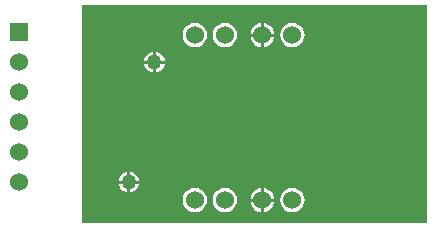
<source format=gbl>
G04 Layer_Physical_Order=2*
G04 Layer_Color=16711680*
%FSLAX25Y25*%
%MOIN*%
G70*
G01*
G75*
%ADD15C,0.06000*%
%ADD16R,0.06000X0.06000*%
%ADD17C,0.05000*%
G36*
X312500Y215000D02*
X197500D01*
Y287500D01*
X312500D01*
Y215000D01*
D02*
G37*
%LPC*%
G36*
X258000Y226469D02*
Y223000D01*
X261469D01*
X261397Y223544D01*
X260994Y224517D01*
X260353Y225353D01*
X259517Y225994D01*
X258544Y226397D01*
X258000Y226469D01*
D02*
G37*
G36*
X257000D02*
X256456Y226397D01*
X255483Y225994D01*
X254647Y225353D01*
X254006Y224517D01*
X253603Y223544D01*
X253531Y223000D01*
X257000D01*
Y226469D01*
D02*
G37*
G36*
X212500Y228000D02*
X209536D01*
X209590Y227586D01*
X209943Y226735D01*
X210504Y226004D01*
X211235Y225443D01*
X212086Y225090D01*
X212500Y225036D01*
Y228000D01*
D02*
G37*
G36*
Y231964D02*
X212086Y231910D01*
X211235Y231557D01*
X210504Y230996D01*
X209943Y230265D01*
X209590Y229414D01*
X209536Y229000D01*
X212500D01*
Y231964D01*
D02*
G37*
G36*
X216464Y228000D02*
X213500D01*
Y225036D01*
X213914Y225090D01*
X214765Y225443D01*
X215496Y226004D01*
X216057Y226735D01*
X216410Y227586D01*
X216464Y228000D01*
D02*
G37*
G36*
X245000Y226535D02*
X243956Y226397D01*
X242983Y225994D01*
X242147Y225353D01*
X241506Y224517D01*
X241103Y223544D01*
X240966Y222500D01*
X241103Y221456D01*
X241506Y220483D01*
X242147Y219647D01*
X242983Y219006D01*
X243956Y218603D01*
X245000Y218465D01*
X246044Y218603D01*
X247017Y219006D01*
X247853Y219647D01*
X248494Y220483D01*
X248897Y221456D01*
X249035Y222500D01*
X248897Y223544D01*
X248494Y224517D01*
X247853Y225353D01*
X247017Y225994D01*
X246044Y226397D01*
X245000Y226535D01*
D02*
G37*
G36*
X235000D02*
X233956Y226397D01*
X232983Y225994D01*
X232147Y225353D01*
X231506Y224517D01*
X231103Y223544D01*
X230965Y222500D01*
X231103Y221456D01*
X231506Y220483D01*
X232147Y219647D01*
X232983Y219006D01*
X233956Y218603D01*
X235000Y218465D01*
X236044Y218603D01*
X237017Y219006D01*
X237853Y219647D01*
X238494Y220483D01*
X238897Y221456D01*
X239035Y222500D01*
X238897Y223544D01*
X238494Y224517D01*
X237853Y225353D01*
X237017Y225994D01*
X236044Y226397D01*
X235000Y226535D01*
D02*
G37*
G36*
X267500D02*
X266456Y226397D01*
X265483Y225994D01*
X264647Y225353D01*
X264006Y224517D01*
X263603Y223544D01*
X263465Y222500D01*
X263603Y221456D01*
X264006Y220483D01*
X264647Y219647D01*
X265483Y219006D01*
X266456Y218603D01*
X267500Y218465D01*
X268544Y218603D01*
X269517Y219006D01*
X270353Y219647D01*
X270994Y220483D01*
X271397Y221456D01*
X271534Y222500D01*
X271397Y223544D01*
X270994Y224517D01*
X270353Y225353D01*
X269517Y225994D01*
X268544Y226397D01*
X267500Y226535D01*
D02*
G37*
G36*
X261469Y222000D02*
X258000D01*
Y218531D01*
X258544Y218603D01*
X259517Y219006D01*
X260353Y219647D01*
X260994Y220483D01*
X261397Y221456D01*
X261469Y222000D01*
D02*
G37*
G36*
X257000D02*
X253531D01*
X253603Y221456D01*
X254006Y220483D01*
X254647Y219647D01*
X255483Y219006D01*
X256456Y218603D01*
X257000Y218531D01*
Y222000D01*
D02*
G37*
G36*
X213500Y231964D02*
Y229000D01*
X216464D01*
X216410Y229414D01*
X216057Y230265D01*
X215496Y230996D01*
X214765Y231557D01*
X213914Y231910D01*
X213500Y231964D01*
D02*
G37*
G36*
X257000Y277000D02*
X253531D01*
X253603Y276456D01*
X254006Y275483D01*
X254647Y274647D01*
X255483Y274006D01*
X256456Y273603D01*
X257000Y273531D01*
Y277000D01*
D02*
G37*
G36*
X267500Y281535D02*
X266456Y281397D01*
X265483Y280994D01*
X264647Y280353D01*
X264006Y279517D01*
X263603Y278544D01*
X263465Y277500D01*
X263603Y276456D01*
X264006Y275483D01*
X264647Y274647D01*
X265483Y274006D01*
X266456Y273603D01*
X267500Y273465D01*
X268544Y273603D01*
X269517Y274006D01*
X270353Y274647D01*
X270994Y275483D01*
X271397Y276456D01*
X271534Y277500D01*
X271397Y278544D01*
X270994Y279517D01*
X270353Y280353D01*
X269517Y280994D01*
X268544Y281397D01*
X267500Y281535D01*
D02*
G37*
G36*
X261469Y277000D02*
X258000D01*
Y273531D01*
X258544Y273603D01*
X259517Y274006D01*
X260353Y274647D01*
X260994Y275483D01*
X261397Y276456D01*
X261469Y277000D01*
D02*
G37*
G36*
X258000Y281469D02*
Y278000D01*
X261469D01*
X261397Y278544D01*
X260994Y279517D01*
X260353Y280353D01*
X259517Y280994D01*
X258544Y281397D01*
X258000Y281469D01*
D02*
G37*
G36*
X257000D02*
X256456Y281397D01*
X255483Y280994D01*
X254647Y280353D01*
X254006Y279517D01*
X253603Y278544D01*
X253531Y278000D01*
X257000D01*
Y281469D01*
D02*
G37*
G36*
X245000Y281535D02*
X243956Y281397D01*
X242983Y280994D01*
X242147Y280353D01*
X241506Y279517D01*
X241103Y278544D01*
X240966Y277500D01*
X241103Y276456D01*
X241506Y275483D01*
X242147Y274647D01*
X242983Y274006D01*
X243956Y273603D01*
X245000Y273465D01*
X246044Y273603D01*
X247017Y274006D01*
X247853Y274647D01*
X248494Y275483D01*
X248897Y276456D01*
X249035Y277500D01*
X248897Y278544D01*
X248494Y279517D01*
X247853Y280353D01*
X247017Y280994D01*
X246044Y281397D01*
X245000Y281535D01*
D02*
G37*
G36*
X224964Y268000D02*
X222000D01*
Y265036D01*
X222414Y265090D01*
X223265Y265443D01*
X223996Y266004D01*
X224557Y266735D01*
X224910Y267586D01*
X224964Y268000D01*
D02*
G37*
G36*
X221000D02*
X218036D01*
X218090Y267586D01*
X218443Y266735D01*
X219004Y266004D01*
X219735Y265443D01*
X220586Y265090D01*
X221000Y265036D01*
Y268000D01*
D02*
G37*
G36*
Y271964D02*
X220586Y271910D01*
X219735Y271557D01*
X219004Y270996D01*
X218443Y270265D01*
X218090Y269414D01*
X218036Y269000D01*
X221000D01*
Y271964D01*
D02*
G37*
G36*
X235000Y281535D02*
X233956Y281397D01*
X232983Y280994D01*
X232147Y280353D01*
X231506Y279517D01*
X231103Y278544D01*
X230965Y277500D01*
X231103Y276456D01*
X231506Y275483D01*
X232147Y274647D01*
X232983Y274006D01*
X233956Y273603D01*
X235000Y273465D01*
X236044Y273603D01*
X237017Y274006D01*
X237853Y274647D01*
X238494Y275483D01*
X238897Y276456D01*
X239035Y277500D01*
X238897Y278544D01*
X238494Y279517D01*
X237853Y280353D01*
X237017Y280994D01*
X236044Y281397D01*
X235000Y281535D01*
D02*
G37*
G36*
X222000Y271964D02*
Y269000D01*
X224964D01*
X224910Y269414D01*
X224557Y270265D01*
X223996Y270996D01*
X223265Y271557D01*
X222414Y271910D01*
X222000Y271964D01*
D02*
G37*
%LPD*%
D15*
X267500Y222500D02*
D03*
X257500D02*
D03*
X235000D02*
D03*
X245000D02*
D03*
X267500Y277500D02*
D03*
X257500D02*
D03*
X235000D02*
D03*
X245000D02*
D03*
X176500Y268500D02*
D03*
Y258500D02*
D03*
Y248500D02*
D03*
Y238500D02*
D03*
Y228500D02*
D03*
D16*
Y278500D02*
D03*
D17*
X221500Y268500D02*
D03*
X213000Y228500D02*
D03*
M02*

</source>
